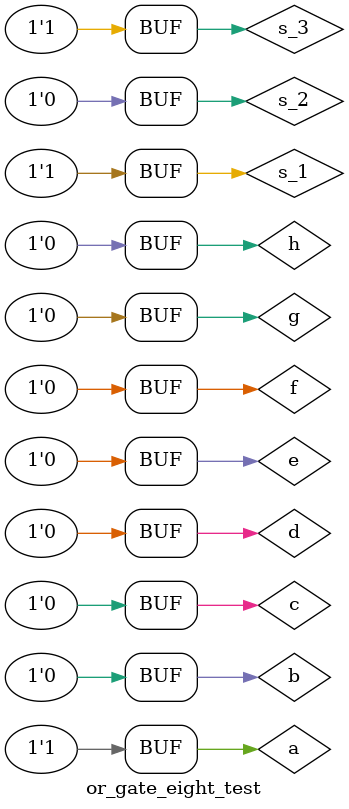
<source format=v>
`timescale 1ns / 1ps
module or_gate_eight_test();

    reg a,b,c,d,e,f,g,h;
    reg s_1,s_2,s_3;
    wire o;
    
    or_gate_eight uut(.i_0(a), .i_1(b), .i_2(c), .i_3(d), .i_4(e), .i_5(f), .i_6(g), .i_7(h), .sel_1(s_1), .sel_2(s_2), .sel_3(s_3), .o(o) );
    
    initial begin
    
        a=0; b=0; c=0; d=0; e=0; f=0; g=0; h=0; s_1=0; s_2=0; s_3=0; #100;
        a=1; b=0; c=0; d=0; e=0; f=0; g=0; h=0; s_1=0; s_2=0; s_3=0; #100;
        a=1; b=0; c=0; d=0; e=0; f=0; g=0; h=0; s_1=0; s_2=0; s_3=0; #100;
        a=1; b=0; c=0; d=0; e=0; f=0; g=0; h=0; s_1=1; s_2=0; s_3=1; #100;
    end
endmodule

</source>
